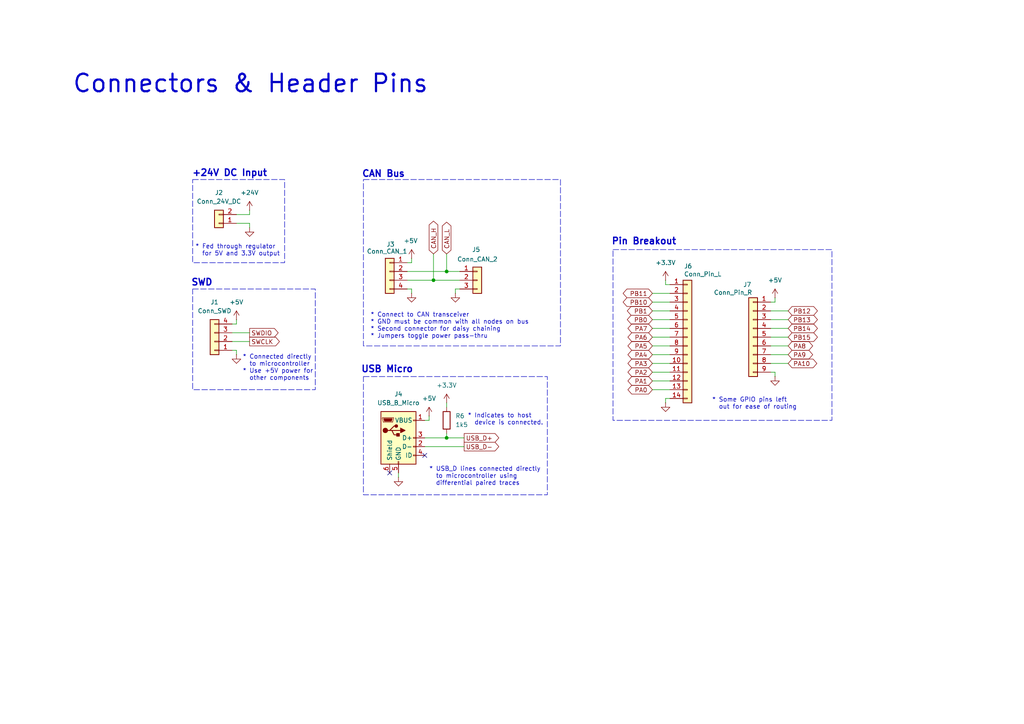
<source format=kicad_sch>
(kicad_sch (version 20231120) (generator "eeschema") (generator_version "8.0")
  (paper "A4")
  (title_block (title "Connectors & Header Pins") (date "2024-11-03") (company "OSU DAM Robotics") (comment 1 "Author: Kurtis DInelle"))
  (lib_symbols
    (symbol "Connector:USB_B_Micro" (pin_names (offset 1.016))
      (property "Reference" "J" (at -5.08 11.43 0))
      (property "Value" "USB_B_Micro" (at -5.08 8.89 0))
      (symbol "USB_B_Micro_0_1"
        (rectangle (start -5.08 -7.62) (end 5.08 7.62) (stroke (width 0.254)) (fill (type background)))
        (circle (center -3.81 2.159) (radius 0.635) (stroke (width 0.254)) (fill (type outline)))
        (circle (center -0.635 3.429) (radius 0.381) (stroke (width 0.254)) (fill (type outline)))
        (rectangle (start -0.127 -7.62) (end 0.127 -6.858))
        (polyline (pts (xy -1.905 2.159) (xy 0.635 2.159)) (stroke (width 0.254)))
        (polyline (pts (xy -3.175 2.159) (xy -2.54 2.159) (xy -1.27 3.429) (xy -0.635 3.429)) (stroke (width 0.254)))
        (polyline (pts (xy -2.54 2.159) (xy -1.905 2.159) (xy -1.27 0.889) (xy 0 0.889)) (stroke (width 0.254)))
        (polyline (pts (xy 0.635 2.794) (xy 0.635 1.524) (xy 1.905 2.159) (xy 0.635 2.794)) (stroke (width 0.254)) (fill (type outline)))
        (polyline (pts (xy -4.318 5.588) (xy -1.778 5.588) (xy -2.032 4.826) (xy -4.064 4.826) (xy -4.318 5.588)) (fill (type outline)))
        (polyline (pts (xy -4.699 5.842) (xy -4.699 5.588) (xy -4.445 4.826) (xy -4.445 4.572) (xy -1.651 4.572) (xy -1.651 4.826) (xy -1.397 5.588) (xy -1.397 5.842) (xy -4.699 5.842)))
        (rectangle (start 0.254 1.27) (end -0.508 0.508) (stroke (width 0.254)) (fill (type outline)))
        (rectangle (start 5.08 -5.207) (end 4.318 -4.953))
        (rectangle (start 5.08 -2.667) (end 4.318 -2.413))
        (rectangle (start 5.08 -0.127) (end 4.318 0.127))
        (rectangle (start 5.08 4.953) (end 4.318 5.207))
      )
      (symbol "USB_B_Micro_1_1"
        (pin power_out line (at 7.62 5.08 180) (length 2.54) (name "VBUS") (number "1"))
        (pin bidirectional line (at 7.62 -2.54 180) (length 2.54) (name "D-") (number "2"))
        (pin bidirectional line (at 7.62 0 180) (length 2.54) (name "D+") (number "3"))
        (pin passive line (at 7.62 -5.08 180) (length 2.54) (name "ID") (number "4"))
        (pin power_out line (at 0 -10.16 90) (length 2.54) (name "GND") (number "5"))
        (pin passive line (at -2.54 -10.16 90) (length 2.54) (name "Shield") (number "6"))
      )
    )
    (symbol "Connector_Generic:Conn_01x02" (pin_names (offset 1.016) hide)
      (property "Reference" "J" (at 0 2.54 0))
      (property "Value" "Conn_01x02" (at 0 -5.08 0))
      (symbol "Conn_01x02_1_1"
        (rectangle (start -1.27 -2.413) (end 0 -2.667) (stroke (width 0.1524)))
        (rectangle (start -1.27 0.127) (end 0 -0.127) (stroke (width 0.1524)))
        (rectangle (start -1.27 1.27) (end 1.27 -3.81) (stroke (width 0.254)) (fill (type background)))
        (pin passive line (at -5.08 0 0) (length 3.81) (name "Pin_1") (number "1"))
        (pin passive line (at -5.08 -2.54 0) (length 3.81) (name "Pin_2") (number "2"))
      )
    )
    (symbol "Connector_Generic:Conn_01x03" (pin_names (offset 1.016) hide)
      (property "Reference" "J" (at 0 5.08 0))
      (property "Value" "Conn_01x03" (at 0 -5.08 0))
      (symbol "Conn_01x03_1_1"
        (rectangle (start -1.27 -2.413) (end 0 -2.667) (stroke (width 0.1524)))
        (rectangle (start -1.27 0.127) (end 0 -0.127) (stroke (width 0.1524)))
        (rectangle (start -1.27 2.667) (end 0 2.413) (stroke (width 0.1524)))
        (rectangle (start -1.27 3.81) (end 1.27 -3.81) (stroke (width 0.254)) (fill (type background)))
        (pin passive line (at -5.08 2.54 0) (length 3.81) (name "Pin_1") (number "1"))
        (pin passive line (at -5.08 0 0) (length 3.81) (name "Pin_2") (number "2"))
        (pin passive line (at -5.08 -2.54 0) (length 3.81) (name "Pin_3") (number "3"))
      )
    )
    (symbol "Connector_Generic:Conn_01x04" (pin_names (offset 1.016) hide)
      (property "Reference" "J" (at 0 5.08 0))
      (property "Value" "Conn_01x04" (at 0 -7.62 0))
      (symbol "Conn_01x04_1_1"
        (rectangle (start -1.27 -4.953) (end 0 -5.207) (stroke (width 0.1524)))
        (rectangle (start -1.27 -2.413) (end 0 -2.667) (stroke (width 0.1524)))
        (rectangle (start -1.27 0.127) (end 0 -0.127) (stroke (width 0.1524)))
        (rectangle (start -1.27 2.667) (end 0 2.413) (stroke (width 0.1524)))
        (rectangle (start -1.27 3.81) (end 1.27 -6.35) (stroke (width 0.254)) (fill (type background)))
        (pin passive line (at -5.08 2.54 0) (length 3.81) (name "Pin_1") (number "1"))
        (pin passive line (at -5.08 0 0) (length 3.81) (name "Pin_2") (number "2"))
        (pin passive line (at -5.08 -2.54 0) (length 3.81) (name "Pin_3") (number "3"))
        (pin passive line (at -5.08 -5.08 0) (length 3.81) (name "Pin_4") (number "4"))
      )
    )
    (symbol "Connector_Generic:Conn_01x09" (pin_names (offset 1.016) hide)
      (property "Reference" "J" (at 0 12.7 0))
      (property "Value" "Conn_01x09" (at 0 -12.7 0))
      (symbol "Conn_01x09_1_1"
        (rectangle (start -1.27 -10.033) (end 0 -10.287) (stroke (width 0.1524)))
        (rectangle (start -1.27 -7.493) (end 0 -7.747) (stroke (width 0.1524)))
        (rectangle (start -1.27 -4.953) (end 0 -5.207) (stroke (width 0.1524)))
        (rectangle (start -1.27 -2.413) (end 0 -2.667) (stroke (width 0.1524)))
        (rectangle (start -1.27 0.127) (end 0 -0.127) (stroke (width 0.1524)))
        (rectangle (start -1.27 2.667) (end 0 2.413) (stroke (width 0.1524)))
        (rectangle (start -1.27 5.207) (end 0 4.953) (stroke (width 0.1524)))
        (rectangle (start -1.27 7.747) (end 0 7.493) (stroke (width 0.1524)))
        (rectangle (start -1.27 10.287) (end 0 10.033) (stroke (width 0.1524)))
        (rectangle (start -1.27 11.43) (end 1.27 -11.43) (stroke (width 0.254)) (fill (type background)))
        (pin passive line (at -5.08 10.16 0) (length 3.81) (name "Pin_1") (number "1"))
        (pin passive line (at -5.08 7.62 0) (length 3.81) (name "Pin_2") (number "2"))
        (pin passive line (at -5.08 5.08 0) (length 3.81) (name "Pin_3") (number "3"))
        (pin passive line (at -5.08 2.54 0) (length 3.81) (name "Pin_4") (number "4"))
        (pin passive line (at -5.08 0 0) (length 3.81) (name "Pin_5") (number "5"))
        (pin passive line (at -5.08 -2.54 0) (length 3.81) (name "Pin_6") (number "6"))
        (pin passive line (at -5.08 -5.08 0) (length 3.81) (name "Pin_7") (number "7"))
        (pin passive line (at -5.08 -7.62 0) (length 3.81) (name "Pin_8") (number "8"))
        (pin passive line (at -5.08 -10.16 0) (length 3.81) (name "Pin_9") (number "9"))
      )
    )
    (symbol "Connector_Generic:Conn_01x14" (pin_names (offset 1.016) hide)
      (property "Reference" "J" (at 0 17.78 0))
      (property "Value" "Conn_01x14" (at 0 -20.32 0))
      (symbol "Conn_01x14_1_1"
        (rectangle (start -1.27 -17.653) (end 0 -17.907) (stroke (width 0.1524)))
        (rectangle (start -1.27 -15.113) (end 0 -15.367) (stroke (width 0.1524)))
        (rectangle (start -1.27 -12.573) (end 0 -12.827) (stroke (width 0.1524)))
        (rectangle (start -1.27 -10.033) (end 0 -10.287) (stroke (width 0.1524)))
        (rectangle (start -1.27 -7.493) (end 0 -7.747) (stroke (width 0.1524)))
        (rectangle (start -1.27 -4.953) (end 0 -5.207) (stroke (width 0.1524)))
        (rectangle (start -1.27 -2.413) (end 0 -2.667) (stroke (width 0.1524)))
        (rectangle (start -1.27 0.127) (end 0 -0.127) (stroke (width 0.1524)))
        (rectangle (start -1.27 2.667) (end 0 2.413) (stroke (width 0.1524)))
        (rectangle (start -1.27 5.207) (end 0 4.953) (stroke (width 0.1524)))
        (rectangle (start -1.27 7.747) (end 0 7.493) (stroke (width 0.1524)))
        (rectangle (start -1.27 10.287) (end 0 10.033) (stroke (width 0.1524)))
        (rectangle (start -1.27 12.827) (end 0 12.573) (stroke (width 0.1524)))
        (rectangle (start -1.27 15.367) (end 0 15.113) (stroke (width 0.1524)))
        (rectangle (start -1.27 16.51) (end 1.27 -19.05) (stroke (width 0.254)) (fill (type background)))
        (pin passive line (at -5.08 15.24 0) (length 3.81) (name "Pin_1") (number "1"))
        (pin passive line (at -5.08 -7.62 0) (length 3.81) (name "Pin_10") (number "10"))
        (pin passive line (at -5.08 -10.16 0) (length 3.81) (name "Pin_11") (number "11"))
        (pin passive line (at -5.08 -12.7 0) (length 3.81) (name "Pin_12") (number "12"))
        (pin passive line (at -5.08 -15.24 0) (length 3.81) (name "Pin_13") (number "13"))
        (pin passive line (at -5.08 -17.78 0) (length 3.81) (name "Pin_14") (number "14"))
        (pin passive line (at -5.08 12.7 0) (length 3.81) (name "Pin_2") (number "2"))
        (pin passive line (at -5.08 10.16 0) (length 3.81) (name "Pin_3") (number "3"))
        (pin passive line (at -5.08 7.62 0) (length 3.81) (name "Pin_4") (number "4"))
        (pin passive line (at -5.08 5.08 0) (length 3.81) (name "Pin_5") (number "5"))
        (pin passive line (at -5.08 2.54 0) (length 3.81) (name "Pin_6") (number "6"))
        (pin passive line (at -5.08 0 0) (length 3.81) (name "Pin_7") (number "7"))
        (pin passive line (at -5.08 -2.54 0) (length 3.81) (name "Pin_8") (number "8"))
        (pin passive line (at -5.08 -5.08 0) (length 3.81) (name "Pin_9") (number "9"))
      )
    )
    (symbol "Device:R" (pin_numbers hide) (pin_names (offset 0))
      (property "Reference" "R" (at 2.032 0 90))
      (property "Value" "R" (at 0 0 90))
      (symbol "R_0_1"
        (rectangle (start -1.016 -2.54) (end 1.016 2.54) (stroke (width 0.254)))
      )
      (symbol "R_1_1"
        (pin passive line (at 0 3.81 270) (length 1.27) (name "~") (number "1"))
        (pin passive line (at 0 -3.81 90) (length 1.27) (name "~") (number "2"))
      )
    )
    (symbol "power:+24V" (power) (pin_numbers hide) (pin_names (offset 0) hide)
      (property "Value" "+24V" (at 0 3.556 0))
      (symbol "+24V_0_1"
        (polyline (pts (xy -0.762 1.27) (xy 0 2.54)))
        (polyline (pts (xy 0 0) (xy 0 2.54)))
        (polyline (pts (xy 0 2.54) (xy 0.762 1.27)))
      )
      (symbol "+24V_1_1"
        (pin power_in line (at 0 0 90) (length 0) (name "~") (number "1"))
      )
    )
    (symbol "power:+3.3V" (power) (pin_numbers hide) (pin_names (offset 0) hide)
      (property "Value" "+3.3V" (at 0 3.556 0))
      (symbol "+3.3V_0_1"
        (polyline (pts (xy -0.762 1.27) (xy 0 2.54)))
        (polyline (pts (xy 0 0) (xy 0 2.54)))
        (polyline (pts (xy 0 2.54) (xy 0.762 1.27)))
      )
      (symbol "+3.3V_1_1"
        (pin power_in line (at 0 0 90) (length 0) (name "~") (number "1"))
      )
    )
    (symbol "power:+5V" (power) (pin_numbers hide) (pin_names (offset 0) hide)
      (property "Value" "+5V" (at 0 3.556 0))
      (symbol "+5V_0_1"
        (polyline (pts (xy -0.762 1.27) (xy 0 2.54)))
        (polyline (pts (xy 0 0) (xy 0 2.54)))
        (polyline (pts (xy 0 2.54) (xy 0.762 1.27)))
      )
      (symbol "+5V_1_1"
        (pin power_in line (at 0 0 90) (length 0) (name "~") (number "1"))
      )
    )
    (symbol "power:GND" (power) (pin_numbers hide) (pin_names (offset 0) hide)
      (property "Value" "GND" (at 0 -3.81 0))
      (symbol "GND_0_1"
        (polyline (pts (xy 0 0) (xy 0 -1.27) (xy 1.27 -1.27) (xy 0 -2.54) (xy -1.27 -1.27) (xy 0 -1.27)))
      )
      (symbol "GND_1_1"
        (pin power_in line (at 0 0 270) (length 0) (name "~") (number "1"))
      )
    )
  )
  (junction (at 125.73 81.28))
  (junction (at 129.54 127))
  (junction (at 129.54 78.74))
  (no_connect (at 123.19 132.08))
  (no_connect (at 113.03 137.16))
  (wire (pts (xy 72.39 62.23) (xy 68.58 62.23)))
  (wire (pts (xy 223.52 87.63) (xy 224.79 87.63)))
  (wire (pts (xy 129.54 73.66) (xy 129.54 78.74)))
  (wire (pts (xy 228.6 97.79) (xy 223.52 97.79)))
  (wire (pts (xy 189.23 113.03) (xy 194.31 113.03)))
  (wire (pts (xy 189.23 102.87) (xy 194.31 102.87)))
  (wire (pts (xy 189.23 100.33) (xy 194.31 100.33)))
  (wire (pts (xy 118.11 76.2) (xy 119.38 76.2)))
  (wire (pts (xy 228.6 90.17) (xy 223.52 90.17)))
  (wire (pts (xy 189.23 85.09) (xy 194.31 85.09)))
  (wire (pts (xy 194.31 115.57) (xy 193.04 115.57)))
  (wire (pts (xy 133.35 83.82) (xy 132.08 83.82)))
  (wire (pts (xy 118.11 81.28) (xy 125.73 81.28)))
  (wire (pts (xy 67.31 96.52) (xy 72.39 96.52)))
  (wire (pts (xy 189.23 92.71) (xy 194.31 92.71)))
  (wire (pts (xy 129.54 116.84) (xy 129.54 118.11)))
  (wire (pts (xy 72.39 64.77) (xy 68.58 64.77)))
  (wire (pts (xy 67.31 101.6) (xy 68.58 101.6)))
  (wire (pts (xy 228.6 100.33) (xy 223.52 100.33)))
  (wire (pts (xy 228.6 105.41) (xy 223.52 105.41)))
  (wire (pts (xy 189.23 90.17) (xy 194.31 90.17)))
  (wire (pts (xy 228.6 95.25) (xy 223.52 95.25)))
  (wire (pts (xy 72.39 66.04) (xy 72.39 64.77)))
  (wire (pts (xy 189.23 87.63) (xy 194.31 87.63)))
  (wire (pts (xy 224.79 87.63) (xy 224.79 86.36)))
  (wire (pts (xy 132.08 83.82) (xy 132.08 85.09)))
  (wire (pts (xy 123.19 127) (xy 129.54 127)))
  (wire (pts (xy 118.11 83.82) (xy 119.38 83.82)))
  (wire (pts (xy 119.38 83.82) (xy 119.38 85.09)))
  (wire (pts (xy 194.31 82.55) (xy 193.04 82.55)))
  (wire (pts (xy 129.54 125.73) (xy 129.54 127)))
  (wire (pts (xy 67.31 93.98) (xy 68.58 93.98)))
  (wire (pts (xy 119.38 76.2) (xy 119.38 74.93)))
  (wire (pts (xy 193.04 82.55) (xy 193.04 81.28)))
  (wire (pts (xy 72.39 60.96) (xy 72.39 62.23)))
  (wire (pts (xy 67.31 99.06) (xy 72.39 99.06)))
  (wire (pts (xy 223.52 107.95) (xy 224.79 107.95)))
  (wire (pts (xy 125.73 73.66) (xy 125.73 81.28)))
  (wire (pts (xy 125.73 81.28) (xy 133.35 81.28)))
  (wire (pts (xy 124.46 121.92) (xy 124.46 120.65)))
  (wire (pts (xy 68.58 101.6) (xy 68.58 102.87)))
  (wire (pts (xy 129.54 78.74) (xy 133.35 78.74)))
  (wire (pts (xy 189.23 97.79) (xy 194.31 97.79)))
  (wire (pts (xy 68.58 93.98) (xy 68.58 92.71)))
  (wire (pts (xy 228.6 92.71) (xy 223.52 92.71)))
  (wire (pts (xy 224.79 107.95) (xy 224.79 109.22)))
  (wire (pts (xy 118.11 78.74) (xy 129.54 78.74)))
  (wire (pts (xy 228.6 102.87) (xy 223.52 102.87)))
  (wire (pts (xy 123.19 121.92) (xy 124.46 121.92)))
  (wire (pts (xy 193.04 115.57) (xy 193.04 116.84)))
  (wire (pts (xy 189.23 110.49) (xy 194.31 110.49)))
  (wire (pts (xy 129.54 127) (xy 134.62 127)))
  (wire (pts (xy 189.23 105.41) (xy 194.31 105.41)))
  (wire (pts (xy 189.23 95.25) (xy 194.31 95.25)))
  (wire (pts (xy 189.23 107.95) (xy 194.31 107.95)))
  (wire (pts (xy 115.57 137.16) (xy 115.57 138.43)))
  (wire (pts (xy 123.19 129.54) (xy 134.62 129.54)))
  (rectangle (start 105.41 109.22) (end 158.75 143.51) (stroke (width 0) (type dash)))
  (rectangle (start 55.88 83.82) (end 91.44 113.03) (stroke (width 0) (type dash)))
  (rectangle (start 55.88 52.07) (end 82.55 76.2) (stroke (width 0) (type dash)))
  (rectangle (start 105.41 52.07) (end 162.56 100.33) (stroke (width 0) (type dash)))
  (rectangle (start 177.8 72.39) (end 241.3 121.92) (stroke (width 0) (type dash)))
  (text "* Fed through regulator\n  for 5V and 3.3V output" (at 56.642 72.644 0) (effects (font (size 1.27 1.27)) (justify left)))
  (text "Pin Breakout" (at 177.292 70.104 0) (effects (font (size 1.905 1.905) (thickness 0.381) (bold yes)) (justify left)))
  (text "SWD" (at 55.372 82.042 0) (effects (font (size 1.905 1.905) (thickness 0.381) (bold yes)) (justify left)))
  (text "* Some GPIO pins left\n  out for ease of routing" (at 206.502 117.094 0) (effects (font (size 1.27 1.27)) (justify left)))
  (text "* Connect to CAN transceiver\n* GND must be common with all nodes on bus\n* Second connector for daisy chaining\n* Jumpers toggle power pass-thru" (at 107.442 94.488 0) (effects (font (size 1.27 1.27)) (justify left)))
  (text "+24V DC Input" (at 55.626 50.292 0) (effects (font (size 1.905 1.905) (thickness 0.381) (bold yes)) (justify left)))
  (text "Connectors & Header Pins" (at 20.828 24.384 0) (effects (font (size 5.08 5.08) (thickness 0.635)) (justify left)))
  (text "* Indicates to host\n  device is connected." (at 135.636 121.666 0) (effects (font (size 1.27 1.27)) (justify left)))
  (text "* Connected directly\n  to microcontroller\n* Use +5V power for\n  other components" (at 70.358 106.68 0) (effects (font (size 1.27 1.27)) (justify left)))
  (text "* USB_D lines connected directly\n  to microcontroller using\n  differential paired traces" (at 124.46 138.176 0) (effects (font (size 1.27 1.27)) (justify left)))
  (text "USB Micro" (at 104.648 107.188 0) (effects (font (size 1.905 1.905) (thickness 0.381) (bold yes)) (justify left)))
  (text "CAN Bus" (at 104.902 50.546 0) (effects (font (size 1.905 1.905) (thickness 0.381) (bold yes)) (justify left)))
  (global_label "PB12" (shape bidirectional) (at 228.6 90.17 0) (property "Intersheetrefs" "${INTERSHEET_REFS}" (effects (hide yes))))
  (global_label "USB_D+" (shape output) (at 134.62 127 0) (property "Intersheetrefs" "${INTERSHEET_REFS}" (effects (hide yes))))
  (global_label "SWCLK" (shape output) (at 72.39 99.06 0) (property "Intersheetrefs" "${INTERSHEET_REFS}" (effects (hide yes))))
  (global_label "PA10" (shape bidirectional) (at 228.6 105.41 0) (property "Intersheetrefs" "${INTERSHEET_REFS}" (effects (hide yes))))
  (global_label "PB10" (shape bidirectional) (at 189.23 87.63 180) (property "Intersheetrefs" "${INTERSHEET_REFS}" (effects (hide yes))))
  (global_label "PB0" (shape bidirectional) (at 189.23 92.71 180) (property "Intersheetrefs" "${INTERSHEET_REFS}" (effects (hide yes))))
  (global_label "USB_D-" (shape output) (at 134.62 129.54 0) (property "Intersheetrefs" "${INTERSHEET_REFS}" (effects (hide yes))))
  (global_label "PA0" (shape bidirectional) (at 189.23 113.03 180) (property "Intersheetrefs" "${INTERSHEET_REFS}" (effects (hide yes))))
  (global_label "PB1" (shape bidirectional) (at 189.23 90.17 180) (property "Intersheetrefs" "${INTERSHEET_REFS}" (effects (hide yes))))
  (global_label "PB11" (shape bidirectional) (at 189.23 85.09 180) (property "Intersheetrefs" "${INTERSHEET_REFS}" (effects (hide yes))))
  (global_label "PA9" (shape bidirectional) (at 228.6 102.87 0) (property "Intersheetrefs" "${INTERSHEET_REFS}" (effects (hide yes))))
  (global_label "PA1" (shape bidirectional) (at 189.23 110.49 180) (property "Intersheetrefs" "${INTERSHEET_REFS}" (effects (hide yes))))
  (global_label "PA4" (shape bidirectional) (at 189.23 102.87 180) (property "Intersheetrefs" "${INTERSHEET_REFS}" (effects (hide yes))))
  (global_label "PA2" (shape bidirectional) (at 189.23 107.95 180) (property "Intersheetrefs" "${INTERSHEET_REFS}" (effects (hide yes))))
  (global_label "CAN_H" (shape bidirectional) (at 125.73 73.66 90) (property "Intersheetrefs" "${INTERSHEET_REFS}" (effects (hide yes))))
  (global_label "PA5" (shape bidirectional) (at 189.23 100.33 180) (property "Intersheetrefs" "${INTERSHEET_REFS}" (effects (hide yes))))
  (global_label "PB14" (shape bidirectional) (at 228.6 95.25 0) (property "Intersheetrefs" "${INTERSHEET_REFS}" (effects (hide yes))))
  (global_label "PA6" (shape bidirectional) (at 189.23 97.79 180) (property "Intersheetrefs" "${INTERSHEET_REFS}" (effects (hide yes))))
  (global_label "PB15" (shape bidirectional) (at 228.6 97.79 0) (property "Intersheetrefs" "${INTERSHEET_REFS}" (effects (hide yes))))
  (global_label "CAN_L" (shape bidirectional) (at 129.54 73.66 90) (property "Intersheetrefs" "${INTERSHEET_REFS}" (effects (hide yes))))
  (global_label "PA7" (shape bidirectional) (at 189.23 95.25 180) (property "Intersheetrefs" "${INTERSHEET_REFS}" (effects (hide yes))))
  (global_label "PB13" (shape bidirectional) (at 228.6 92.71 0) (property "Intersheetrefs" "${INTERSHEET_REFS}" (effects (hide yes))))
  (global_label "PA8" (shape bidirectional) (at 228.6 100.33 0) (property "Intersheetrefs" "${INTERSHEET_REFS}" (effects (hide yes))))
  (global_label "SWDIO" (shape output) (at 72.39 96.52 0) (property "Intersheetrefs" "${INTERSHEET_REFS}" (effects (hide yes))))
  (global_label "PA3" (shape bidirectional) (at 189.23 105.41 180) (property "Intersheetrefs" "${INTERSHEET_REFS}" (effects (hide yes))))
  (symbol (lib_id "Connector:USB_B_Micro") (at 115.57 127 0) (unit 1)
    (property "Reference" "J4" (at 115.57 114.3 0))
    (property "Value" "USB_B_Micro" (at 115.57 116.84 0))
    (property "Footprint" "Connector_USB:USB_Micro-B_Amphenol_10118194-0001LF_Horizontal" (effects (hide yes)))
    (property "Description" "USB Micro Type B connector" (effects (hide yes)))
    (property "LCSC" "C132563" (effects (hide yes)))
  )
  (symbol (lib_id "power:+3.3V") (at 193.04 81.28 0) (mirror y) (unit 1)
    (property "Reference" "#PWR042" (effects (hide yes)))
    (property "Value" "+3.3V" (at 193.04 76.2 0))
    (property "Description" "Power symbol creates a global label with name \"+3.3V\"" (effects (hide yes)))
  )
  (symbol (lib_id "Connector_Generic:Conn_01x03") (at 138.43 81.28 0) (unit 1)
    (property "Reference" "J5" (at 136.906 72.39 0) (effects (justify left)))
    (property "Value" "Conn_CAN_2" (at 132.588 75.184 0) (effects (justify left)))
    (property "Footprint" "Connector_PinHeader_2.54mm:PinHeader_1x03_P2.54mm_Vertical" (effects (hide yes)))
    (property "Description" "Generic connector, single row, 01x03, script generated (kicad-library-utils/schlib/autogen/connector/)" (effects (hide yes)))
  )
  (symbol (lib_id "power:GND") (at 115.57 138.43 0) (unit 1)
    (property "Reference" "#PWR036" (effects (hide yes)))
    (property "Value" "GND" (effects (hide yes)))
    (property "Description" "Power symbol creates a global label with name \"GND\" , ground" (effects (hide yes)))
  )
  (symbol (lib_id "power:GND") (at 72.39 66.04 0) (unit 1)
    (property "Reference" "#PWR035" (effects (hide yes)))
    (property "Value" "GND" (effects (hide yes)))
    (property "Description" "Power symbol creates a global label with name \"GND\" , ground" (effects (hide yes)))
  )
  (symbol (lib_id "power:GND") (at 132.08 85.09 0) (mirror y) (unit 1)
    (property "Reference" "#PWR041" (effects (hide yes)))
    (property "Value" "GND" (effects (hide yes)))
    (property "Description" "Power symbol creates a global label with name \"GND\" , ground" (effects (hide yes)))
  )
  (symbol (lib_id "Connector_Generic:Conn_01x04") (at 113.03 78.74 0) (mirror y) (unit 1)
    (property "Reference" "J3" (at 113.284 70.866 0))
    (property "Value" "Conn_CAN_1" (at 112.268 72.898 0))
    (property "Footprint" "Connector_PinHeader_2.54mm:PinHeader_1x04_P2.54mm_Vertical" (effects (hide yes)))
    (property "Description" "Generic connector, single row, 01x04, script generated (kicad-library-utils/schlib/autogen/connector/)" (effects (hide yes)))
  )
  (symbol (lib_id "power:+5V") (at 68.58 92.71 0) (unit 1)
    (property "Reference" "#PWR032" (effects (hide yes)))
    (property "Value" "+5V" (at 68.58 87.63 0))
    (property "Description" "Power symbol creates a global label with name \"+5V\"" (effects (hide yes)))
  )
  (symbol (lib_id "Connector_Generic:Conn_01x14") (at 199.39 97.79 0) (unit 1)
    (property "Reference" "J6" (at 198.374 77.216 0) (effects (justify left)))
    (property "Value" "Conn_Pin_L" (at 198.374 79.502 0) (effects (justify left)))
    (property "Footprint" "Connector_PinSocket_2.54mm:PinSocket_1x14_P2.54mm_Vertical" (effects (hide yes)))
    (property "Description" "Generic connector, single row, 01x14, script generated (kicad-library-utils/schlib/autogen/connector/)" (effects (hide yes)))
  )
  (symbol (lib_id "power:GND") (at 119.38 85.09 0) (unit 1)
    (property "Reference" "#PWR038" (effects (hide yes)))
    (property "Value" "GND" (effects (hide yes)))
    (property "Description" "Power symbol creates a global label with name \"GND\" , ground" (effects (hide yes)))
  )
  (symbol (lib_id "power:+5V") (at 119.38 74.93 0) (unit 1)
    (property "Reference" "#PWR037" (effects (hide yes)))
    (property "Value" "+5V" (at 119.126 69.85 0))
    (property "Description" "Power symbol creates a global label with name \"+5V\"" (effects (hide yes)))
  )
  (symbol (lib_id "power:+5V") (at 124.46 120.65 0) (unit 1)
    (property "Reference" "#PWR039" (effects (hide yes)))
    (property "Value" "+5V" (at 124.46 115.57 0))
    (property "Description" "Power symbol creates a global label with name \"+5V\"" (effects (hide yes)))
  )
  (symbol (lib_id "power:GND") (at 193.04 116.84 0) (mirror y) (unit 1)
    (property "Reference" "#PWR043" (effects (hide yes)))
    (property "Value" "GND" (effects (hide yes)))
    (property "Description" "Power symbol creates a global label with name \"GND\" , ground" (effects (hide yes)))
  )
  (symbol (lib_id "power:+3.3V") (at 129.54 116.84 0) (unit 1)
    (property "Reference" "#PWR040" (effects (hide yes)))
    (property "Value" "+3.3V" (at 129.54 111.76 0))
    (property "Description" "Power symbol creates a global label with name \"+3.3V\"" (effects (hide yes)))
  )
  (symbol (lib_id "Device:R") (at 129.54 121.92 0) (unit 1)
    (property "Reference" "R6" (at 132.08 120.6499 0) (effects (justify left)))
    (property "Value" "1k5" (at 132.08 123.1899 0) (effects (justify left)))
    (property "Footprint" "Resistor_SMD:R_0402_1005Metric" (effects (hide yes)))
    (property "Description" "Resistor" (effects (hide yes)))
    (property "LCSC" "C25867" (effects (hide yes)))
  )
  (symbol (lib_id "Connector_Generic:Conn_01x02") (at 63.5 64.77 180) (unit 1)
    (property "Reference" "J2" (at 63.5 55.88 0))
    (property "Value" "Conn_24V_DC" (at 63.5 58.42 0))
    (property "Footprint" "Connector_PinHeader_2.54mm:PinHeader_1x02_P2.54mm_Vertical" (effects (hide yes)))
    (property "Description" "Generic connector, single row, 01x02, script generated (kicad-library-utils/schlib/autogen/connector/)" (effects (hide yes)))
  )
  (symbol (lib_id "Connector_Generic:Conn_01x04") (at 62.23 99.06 180) (unit 1)
    (property "Reference" "J1" (at 62.23 87.63 0))
    (property "Value" "Conn_SWD" (at 62.23 90.17 0))
    (property "Footprint" "Connector_PinHeader_2.54mm:PinHeader_1x04_P2.54mm_Vertical" (effects (hide yes)))
    (property "Description" "Generic connector, single row, 01x04, script generated (kicad-library-utils/schlib/autogen/connector/)" (effects (hide yes)))
  )
  (symbol (lib_id "power:GND") (at 224.79 109.22 0) (mirror y) (unit 1)
    (property "Reference" "#PWR045" (effects (hide yes)))
    (property "Value" "GND" (effects (hide yes)))
    (property "Description" "Power symbol creates a global label with name \"GND\" , ground" (effects (hide yes)))
  )
  (symbol (lib_id "Connector_Generic:Conn_01x09") (at 218.44 97.79 0) (mirror y) (unit 1)
    (property "Reference" "J7" (at 217.932 82.55 0) (effects (justify left)))
    (property "Value" "Conn_Pin_R" (at 218.186 84.836 0) (effects (justify left)))
    (property "Footprint" "Connector_PinSocket_2.54mm:PinSocket_1x09_P2.54mm_Vertical" (effects (hide yes)))
    (property "Description" "Generic connector, single row, 01x09, script generated (kicad-library-utils/schlib/autogen/connector/)" (effects (hide yes)))
  )
  (symbol (lib_id "power:+24V") (at 72.39 60.96 0) (unit 1)
    (property "Reference" "#PWR034" (effects (hide yes)))
    (property "Value" "+24V" (at 72.39 55.88 0))
    (property "Description" "Power symbol creates a global label with name \"+24V\"" (effects (hide yes)))
  )
  (symbol (lib_id "power:+5V") (at 224.79 86.36 0) (mirror y) (unit 1)
    (property "Reference" "#PWR044" (effects (hide yes)))
    (property "Value" "+5V" (at 224.79 81.28 0))
    (property "Description" "Power symbol creates a global label with name \"+5V\"" (effects (hide yes)))
  )
  (symbol (lib_id "power:GND") (at 68.58 102.87 0) (unit 1)
    (property "Reference" "#PWR033" (effects (hide yes)))
    (property "Value" "GND" (effects (hide yes)))
    (property "Description" "Power symbol creates a global label with name \"GND\" , ground" (effects (hide yes)))
  )
)
</source>
